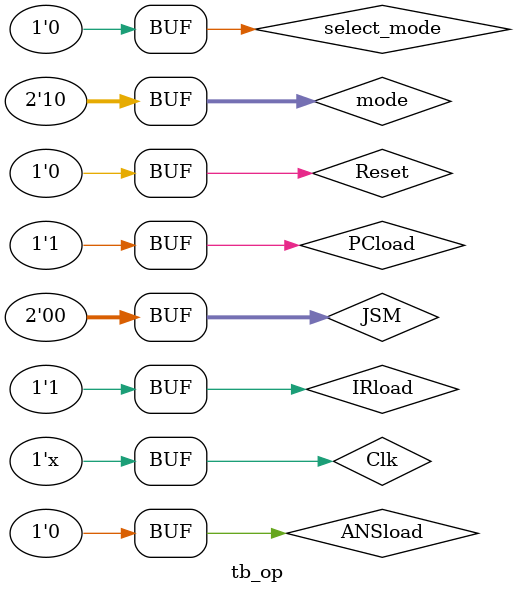
<source format=v>
`timescale 1ns / 1ps

module tb_op;

	// Inputs
	reg [1:0] mode;
	reg Reset;
	reg Clk;
	reg IRload;
	reg PCload;
	reg ANSload;
	reg [1:0]JSM;
	reg select_mode;

	// Outputs
	wire [3:0] IRCU;
	wire [7:0] Output;

	// Instantiate the Unit Under Test (UUT)
	operations uut (
		.mode(mode),
		.Reset(Reset),
		.Clk(Clk), 
		.IRload(IRload), 
		.PCload(PCload), 
		.ANSload(ANSload), 
		.JSM(JSM), 
		.select_mode(select_mode), 
		.IRCU(IRCU), 
		.Output(Output)
	);

	initial begin

		mode = 0;
		Reset = 1;
		Clk = 0;
		IRload = 0;
		PCload = 0;
		ANSload = 0;
		JSM = 0;
		select_mode = 0;
		
		#100;
		
		mode = 6;
		Reset = 0;
		IRload = 1;
		PCload = 1;
		ANSload = 0;
		JSM = 2;
		select_mode = 2;
		
		#100;
		
		mode = 6;
		IRload = 0;
		PCload = 0;
		JSM = 2;
		
		#100;
		
		mode = 6;
		IRload = 1;
		PCload = 1;
		JSM = 1;
		
		#100;
		
		mode = 6;
		IRload = 1;
		PCload = 1;
		JSM = 0;

		#100;

	end
      	always #20 Clk = ~Clk;
endmodule


</source>
